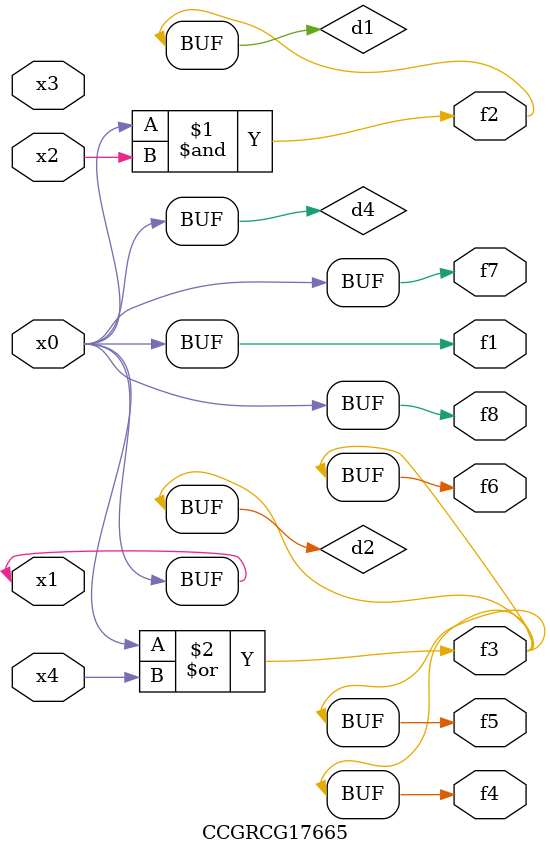
<source format=v>
module CCGRCG17665(
	input x0, x1, x2, x3, x4,
	output f1, f2, f3, f4, f5, f6, f7, f8
);

	wire d1, d2, d3, d4;

	and (d1, x0, x2);
	or (d2, x0, x4);
	nand (d3, x0, x2);
	buf (d4, x0, x1);
	assign f1 = d4;
	assign f2 = d1;
	assign f3 = d2;
	assign f4 = d2;
	assign f5 = d2;
	assign f6 = d2;
	assign f7 = d4;
	assign f8 = d4;
endmodule

</source>
